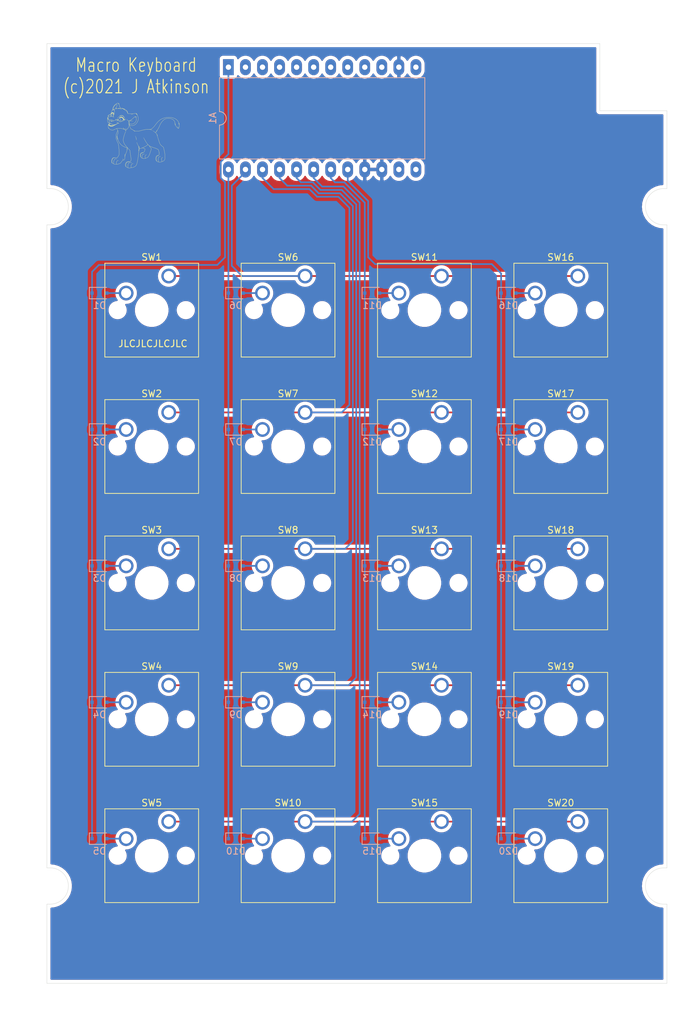
<source format=kicad_pcb>
(kicad_pcb (version 20171130) (host pcbnew "(5.1.8)-1")
  (layers (0 F.Cu signal) (31 B.Cu signal) (34 B.Paste user) (35 F.Paste user) (36 B.SilkS user) (37 F.SilkS user) (38 B.Mask user) (39 F.Mask user) (44 Edge.Cuts user))
  (net 0 "")
  (net 1 Col3)
  (net 2 "Net-(A1-Pad12)")
  (net 3 Col2)
  (net 4 GND)
  (net 5 Col1)
  (net 6 Row5)
  (net 7 VCC)
  (net 8 Row4)
  (net 9 "Net-(A1-Pad8)")
  (net 10 Row3)
  (net 11 "Net-(A1-Pad7)")
  (net 12 Row2)
  (net 13 "Net-(A1-Pad6)")
  (net 14 Row1)
  (net 15 "Net-(A1-Pad5)")
  (net 16 "Net-(A1-Pad4)")
  (net 17 "Net-(A1-Pad3)")
  (net 18 "Net-(A1-Pad14)")
  (net 19 "Net-(A1-Pad2)")
  (net 20 "Net-(A1-Pad13)")
  (net 21 Col4)
  (net 22 "Net-(D1-Pad2)")
  (net 23 "Net-(D2-Pad2)")
  (net 24 "Net-(D3-Pad2)")
  (net 25 "Net-(D4-Pad2)")
  (net 26 "Net-(D5-Pad2)")
  (net 27 "Net-(D6-Pad2)")
  (net 28 "Net-(D7-Pad2)")
  (net 29 "Net-(D8-Pad2)")
  (net 30 "Net-(D9-Pad2)")
  (net 31 "Net-(D10-Pad2)")
  (net 32 "Net-(D11-Pad2)")
  (net 33 "Net-(D12-Pad2)")
  (net 34 "Net-(D13-Pad2)")
  (net 35 "Net-(D14-Pad2)")
  (net 36 "Net-(D15-Pad2)")
  (net 37 "Net-(D16-Pad2)")
  (net 38 "Net-(D17-Pad2)")
  (net 39 "Net-(D18-Pad2)")
  (net 40 "Net-(D19-Pad2)")
  (net 41 "Net-(D20-Pad2)")
  (net 42 "Net-(A1-Pad10)")
  (module Jaynes:Lioncub (layer F.Cu) (at 70 39.5)
    (fp_text reference G*** hide)
    (fp_text value LOGO hide)
  )
  (module Button_Switch_Keyboard:SW_Cherry_MX_1.00u_PCB (layer F.Cu) (at 134.62 141.605)
    (fp_text reference SW20 (at -2.54 -2.794) (layer F.SilkS))
    (fp_text value SW_Push)
    (pad "" np_thru_hole circle (at 2.54 5.08) (size 1.7 1.7) (drill 1.7) (layers *.Cu *.Mask))
    (pad "" np_thru_hole circle (at -7.62 5.08) (size 1.7 1.7) (drill 1.7) (layers *.Cu *.Mask))
    (pad "" np_thru_hole circle (at -2.54 5.08) (size 4 4) (drill 4) (layers *.Cu *.Mask))
    (pad 2 thru_hole circle (at -6.35 2.54) (size 2.2 2.2) (drill 1.5) (layers *.Cu *.Mask) (net 41 "Net-(D20-Pad2)"))
    (pad 1 thru_hole circle (at 0 0) (size 2.2 2.2) (drill 1.5) (layers *.Cu *.Mask) (net 6 Row5))
  )
  (module Button_Switch_Keyboard:SW_Cherry_MX_1.00u_PCB (layer F.Cu) (at 134.62 121.285)
    (fp_text reference SW19 (at -2.54 -2.794) (layer F.SilkS))
    (fp_text value SW_Push)
    (pad "" np_thru_hole circle (at 2.54 5.08) (size 1.7 1.7) (drill 1.7) (layers *.Cu *.Mask))
    (pad "" np_thru_hole circle (at -7.62 5.08) (size 1.7 1.7) (drill 1.7) (layers *.Cu *.Mask))
    (pad "" np_thru_hole circle (at -2.54 5.08) (size 4 4) (drill 4) (layers *.Cu *.Mask))
    (pad 2 thru_hole circle (at -6.35 2.54) (size 2.2 2.2) (drill 1.5) (layers *.Cu *.Mask) (net 40 "Net-(D19-Pad2)"))
    (pad 1 thru_hole circle (at 0 0) (size 2.2 2.2) (drill 1.5) (layers *.Cu *.Mask) (net 8 Row4))
  )
  (module Button_Switch_Keyboard:SW_Cherry_MX_1.00u_PCB (layer F.Cu) (at 134.62 100.965)
    (fp_text reference SW18 (at -2.54 -2.794) (layer F.SilkS))
    (fp_text value SW_Push)
    (pad "" np_thru_hole circle (at 2.54 5.08) (size 1.7 1.7) (drill 1.7) (layers *.Cu *.Mask))
    (pad "" np_thru_hole circle (at -7.62 5.08) (size 1.7 1.7) (drill 1.7) (layers *.Cu *.Mask))
    (pad "" np_thru_hole circle (at -2.54 5.08) (size 4 4) (drill 4) (layers *.Cu *.Mask))
    (pad 2 thru_hole circle (at -6.35 2.54) (size 2.2 2.2) (drill 1.5) (layers *.Cu *.Mask) (net 39 "Net-(D18-Pad2)"))
    (pad 1 thru_hole circle (at 0 0) (size 2.2 2.2) (drill 1.5) (layers *.Cu *.Mask) (net 10 Row3))
  )
  (module Button_Switch_Keyboard:SW_Cherry_MX_1.00u_PCB (layer F.Cu) (at 134.62 80.645)
    (fp_text reference SW17 (at -2.54 -2.794) (layer F.SilkS))
    (fp_text value SW_Push)
    (pad "" np_thru_hole circle (at 2.54 5.08) (size 1.7 1.7) (drill 1.7) (layers *.Cu *.Mask))
    (pad "" np_thru_hole circle (at -7.62 5.08) (size 1.7 1.7) (drill 1.7) (layers *.Cu *.Mask))
    (pad "" np_thru_hole circle (at -2.54 5.08) (size 4 4) (drill 4) (layers *.Cu *.Mask))
    (pad 2 thru_hole circle (at -6.35 2.54) (size 2.2 2.2) (drill 1.5) (layers *.Cu *.Mask) (net 38 "Net-(D17-Pad2)"))
    (pad 1 thru_hole circle (at 0 0) (size 2.2 2.2) (drill 1.5) (layers *.Cu *.Mask) (net 12 Row2))
  )
  (module Button_Switch_Keyboard:SW_Cherry_MX_1.00u_PCB (layer F.Cu) (at 134.62 60.325)
    (fp_text reference SW16 (at -2.54 -2.794) (layer F.SilkS))
    (fp_text value SW_Push)
    (pad "" np_thru_hole circle (at 2.54 5.08) (size 1.7 1.7) (drill 1.7) (layers *.Cu *.Mask))
    (pad "" np_thru_hole circle (at -7.62 5.08) (size 1.7 1.7) (drill 1.7) (layers *.Cu *.Mask))
    (pad "" np_thru_hole circle (at -2.54 5.08) (size 4 4) (drill 4) (layers *.Cu *.Mask))
    (pad 2 thru_hole circle (at -6.35 2.54) (size 2.2 2.2) (drill 1.5) (layers *.Cu *.Mask) (net 37 "Net-(D16-Pad2)"))
    (pad 1 thru_hole circle (at 0 0) (size 2.2 2.2) (drill 1.5) (layers *.Cu *.Mask) (net 14 Row1))
  )
  (module Button_Switch_Keyboard:SW_Cherry_MX_1.00u_PCB (layer F.Cu) (at 114.3 141.605)
    (fp_text reference SW15 (at -2.54 -2.794) (layer F.SilkS))
    (fp_text value SW_Push)
    (pad "" np_thru_hole circle (at 2.54 5.08) (size 1.7 1.7) (drill 1.7) (layers *.Cu *.Mask))
    (pad "" np_thru_hole circle (at -7.62 5.08) (size 1.7 1.7) (drill 1.7) (layers *.Cu *.Mask))
    (pad "" np_thru_hole circle (at -2.54 5.08) (size 4 4) (drill 4) (layers *.Cu *.Mask))
    (pad 2 thru_hole circle (at -6.35 2.54) (size 2.2 2.2) (drill 1.5) (layers *.Cu *.Mask) (net 36 "Net-(D15-Pad2)"))
    (pad 1 thru_hole circle (at 0 0) (size 2.2 2.2) (drill 1.5) (layers *.Cu *.Mask) (net 6 Row5))
  )
  (module Button_Switch_Keyboard:SW_Cherry_MX_1.00u_PCB (layer F.Cu) (at 114.3 121.285)
    (fp_text reference SW14 (at -2.54 -2.794) (layer F.SilkS))
    (fp_text value SW_Push)
    (pad "" np_thru_hole circle (at 2.54 5.08) (size 1.7 1.7) (drill 1.7) (layers *.Cu *.Mask))
    (pad "" np_thru_hole circle (at -7.62 5.08) (size 1.7 1.7) (drill 1.7) (layers *.Cu *.Mask))
    (pad "" np_thru_hole circle (at -2.54 5.08) (size 4 4) (drill 4) (layers *.Cu *.Mask))
    (pad 2 thru_hole circle (at -6.35 2.54) (size 2.2 2.2) (drill 1.5) (layers *.Cu *.Mask) (net 35 "Net-(D14-Pad2)"))
    (pad 1 thru_hole circle (at 0 0) (size 2.2 2.2) (drill 1.5) (layers *.Cu *.Mask) (net 8 Row4))
  )
  (module Button_Switch_Keyboard:SW_Cherry_MX_1.00u_PCB (layer F.Cu) (at 114.3 100.965)
    (fp_text reference SW13 (at -2.54 -2.794) (layer F.SilkS))
    (fp_text value SW_Push)
    (pad "" np_thru_hole circle (at 2.54 5.08) (size 1.7 1.7) (drill 1.7) (layers *.Cu *.Mask))
    (pad "" np_thru_hole circle (at -7.62 5.08) (size 1.7 1.7) (drill 1.7) (layers *.Cu *.Mask))
    (pad "" np_thru_hole circle (at -2.54 5.08) (size 4 4) (drill 4) (layers *.Cu *.Mask))
    (pad 2 thru_hole circle (at -6.35 2.54) (size 2.2 2.2) (drill 1.5) (layers *.Cu *.Mask) (net 34 "Net-(D13-Pad2)"))
    (pad 1 thru_hole circle (at 0 0) (size 2.2 2.2) (drill 1.5) (layers *.Cu *.Mask) (net 10 Row3))
  )
  (module Button_Switch_Keyboard:SW_Cherry_MX_1.00u_PCB (layer F.Cu) (at 114.3 80.645)
    (fp_text reference SW12 (at -2.54 -2.794) (layer F.SilkS))
    (fp_text value SW_Push)
    (pad "" np_thru_hole circle (at 2.54 5.08) (size 1.7 1.7) (drill 1.7) (layers *.Cu *.Mask))
    (pad "" np_thru_hole circle (at -7.62 5.08) (size 1.7 1.7) (drill 1.7) (layers *.Cu *.Mask))
    (pad "" np_thru_hole circle (at -2.54 5.08) (size 4 4) (drill 4) (layers *.Cu *.Mask))
    (pad 2 thru_hole circle (at -6.35 2.54) (size 2.2 2.2) (drill 1.5) (layers *.Cu *.Mask) (net 33 "Net-(D12-Pad2)"))
    (pad 1 thru_hole circle (at 0 0) (size 2.2 2.2) (drill 1.5) (layers *.Cu *.Mask) (net 12 Row2))
  )
  (module Button_Switch_Keyboard:SW_Cherry_MX_1.00u_PCB (layer F.Cu) (at 114.3 60.325)
    (fp_text reference SW11 (at -2.54 -2.794) (layer F.SilkS))
    (fp_text value SW_Push)
    (pad "" np_thru_hole circle (at 2.54 5.08) (size 1.7 1.7) (drill 1.7) (layers *.Cu *.Mask))
    (pad "" np_thru_hole circle (at -7.62 5.08) (size 1.7 1.7) (drill 1.7) (layers *.Cu *.Mask))
    (pad "" np_thru_hole circle (at -2.54 5.08) (size 4 4) (drill 4) (layers *.Cu *.Mask))
    (pad 2 thru_hole circle (at -6.35 2.54) (size 2.2 2.2) (drill 1.5) (layers *.Cu *.Mask) (net 32 "Net-(D11-Pad2)"))
    (pad 1 thru_hole circle (at 0 0) (size 2.2 2.2) (drill 1.5) (layers *.Cu *.Mask) (net 14 Row1))
  )
  (module Button_Switch_Keyboard:SW_Cherry_MX_1.00u_PCB (layer F.Cu) (at 93.98 141.605)
    (fp_text reference SW10 (at -2.54 -2.794) (layer F.SilkS))
    (fp_text value SW_Push)
    (pad "" np_thru_hole circle (at 2.54 5.08) (size 1.7 1.7) (drill 1.7) (layers *.Cu *.Mask))
    (pad "" np_thru_hole circle (at -7.62 5.08) (size 1.7 1.7) (drill 1.7) (layers *.Cu *.Mask))
    (pad "" np_thru_hole circle (at -2.54 5.08) (size 4 4) (drill 4) (layers *.Cu *.Mask))
    (pad 2 thru_hole circle (at -6.35 2.54) (size 2.2 2.2) (drill 1.5) (layers *.Cu *.Mask) (net 31 "Net-(D10-Pad2)"))
    (pad 1 thru_hole circle (at 0 0) (size 2.2 2.2) (drill 1.5) (layers *.Cu *.Mask) (net 6 Row5))
  )
  (module Button_Switch_Keyboard:SW_Cherry_MX_1.00u_PCB (layer F.Cu) (at 93.98 121.285)
    (fp_text reference SW9 (at -2.54 -2.794) (layer F.SilkS))
    (fp_text value SW_Push)
    (pad "" np_thru_hole circle (at 2.54 5.08) (size 1.7 1.7) (drill 1.7) (layers *.Cu *.Mask))
    (pad "" np_thru_hole circle (at -7.62 5.08) (size 1.7 1.7) (drill 1.7) (layers *.Cu *.Mask))
    (pad "" np_thru_hole circle (at -2.54 5.08) (size 4 4) (drill 4) (layers *.Cu *.Mask))
    (pad 2 thru_hole circle (at -6.35 2.54) (size 2.2 2.2) (drill 1.5) (layers *.Cu *.Mask) (net 30 "Net-(D9-Pad2)"))
    (pad 1 thru_hole circle (at 0 0) (size 2.2 2.2) (drill 1.5) (layers *.Cu *.Mask) (net 8 Row4))
  )
  (module Button_Switch_Keyboard:SW_Cherry_MX_1.00u_PCB (layer F.Cu) (at 93.98 100.965)
    (fp_text reference SW8 (at -2.54 -2.794) (layer F.SilkS))
    (fp_text value SW_Push)
    (pad "" np_thru_hole circle (at 2.54 5.08) (size 1.7 1.7) (drill 1.7) (layers *.Cu *.Mask))
    (pad "" np_thru_hole circle (at -7.62 5.08) (size 1.7 1.7) (drill 1.7) (layers *.Cu *.Mask))
    (pad "" np_thru_hole circle (at -2.54 5.08) (size 4 4) (drill 4) (layers *.Cu *.Mask))
    (pad 2 thru_hole circle (at -6.35 2.54) (size 2.2 2.2) (drill 1.5) (layers *.Cu *.Mask) (net 29 "Net-(D8-Pad2)"))
    (pad 1 thru_hole circle (at 0 0) (size 2.2 2.2) (drill 1.5) (layers *.Cu *.Mask) (net 10 Row3))
  )
  (module Button_Switch_Keyboard:SW_Cherry_MX_1.00u_PCB (layer F.Cu) (at 93.98 80.645)
    (fp_text reference SW7 (at -2.54 -2.794) (layer F.SilkS))
    (fp_text value SW_Push)
    (pad "" np_thru_hole circle (at 2.54 5.08) (size 1.7 1.7) (drill 1.7) (layers *.Cu *.Mask))
    (pad "" np_thru_hole circle (at -7.62 5.08) (size 1.7 1.7) (drill 1.7) (layers *.Cu *.Mask))
    (pad "" np_thru_hole circle (at -2.54 5.08) (size 4 4) (drill 4) (layers *.Cu *.Mask))
    (pad 2 thru_hole circle (at -6.35 2.54) (size 2.2 2.2) (drill 1.5) (layers *.Cu *.Mask) (net 28 "Net-(D7-Pad2)"))
    (pad 1 thru_hole circle (at 0 0) (size 2.2 2.2) (drill 1.5) (layers *.Cu *.Mask) (net 12 Row2))
  )
  (module Button_Switch_Keyboard:SW_Cherry_MX_1.00u_PCB (layer F.Cu) (at 93.98 60.325)
    (fp_text reference SW6 (at -2.54 -2.794) (layer F.SilkS))
    (fp_text value SW_Push)
    (pad "" np_thru_hole circle (at 2.54 5.08) (size 1.7 1.7) (drill 1.7) (layers *.Cu *.Mask))
    (pad "" np_thru_hole circle (at -7.62 5.08) (size 1.7 1.7) (drill 1.7) (layers *.Cu *.Mask))
    (pad "" np_thru_hole circle (at -2.54 5.08) (size 4 4) (drill 4) (layers *.Cu *.Mask))
    (pad 2 thru_hole circle (at -6.35 2.54) (size 2.2 2.2) (drill 1.5) (layers *.Cu *.Mask) (net 27 "Net-(D6-Pad2)"))
    (pad 1 thru_hole circle (at 0 0) (size 2.2 2.2) (drill 1.5) (layers *.Cu *.Mask) (net 14 Row1))
  )
  (module Button_Switch_Keyboard:SW_Cherry_MX_1.00u_PCB (layer F.Cu) (at 73.66 141.605)
    (fp_text reference SW5 (at -2.54 -2.794) (layer F.SilkS))
    (fp_text value SW_Push)
    (pad "" np_thru_hole circle (at 2.54 5.08) (size 1.7 1.7) (drill 1.7) (layers *.Cu *.Mask))
    (pad "" np_thru_hole circle (at -7.62 5.08) (size 1.7 1.7) (drill 1.7) (layers *.Cu *.Mask))
    (pad "" np_thru_hole circle (at -2.54 5.08) (size 4 4) (drill 4) (layers *.Cu *.Mask))
    (pad 2 thru_hole circle (at -6.35 2.54) (size 2.2 2.2) (drill 1.5) (layers *.Cu *.Mask) (net 26 "Net-(D5-Pad2)"))
    (pad 1 thru_hole circle (at 0 0) (size 2.2 2.2) (drill 1.5) (layers *.Cu *.Mask) (net 6 Row5))
  )
  (module Button_Switch_Keyboard:SW_Cherry_MX_1.00u_PCB (layer F.Cu) (at 73.66 121.285)
    (fp_text reference SW4 (at -2.54 -2.794) (layer F.SilkS))
    (fp_text value SW_Push)
    (pad "" np_thru_hole circle (at 2.54 5.08) (size 1.7 1.7) (drill 1.7) (layers *.Cu *.Mask))
    (pad "" np_thru_hole circle (at -7.62 5.08) (size 1.7 1.7) (drill 1.7) (layers *.Cu *.Mask))
    (pad "" np_thru_hole circle (at -2.54 5.08) (size 4 4) (drill 4) (layers *.Cu *.Mask))
    (pad 2 thru_hole circle (at -6.35 2.54) (size 2.2 2.2) (drill 1.5) (layers *.Cu *.Mask) (net 25 "Net-(D4-Pad2)"))
    (pad 1 thru_hole circle (at 0 0) (size 2.2 2.2) (drill 1.5) (layers *.Cu *.Mask) (net 8 Row4))
  )
  (module Button_Switch_Keyboard:SW_Cherry_MX_1.00u_PCB (layer F.Cu) (at 73.66 100.965)
    (fp_text reference SW3 (at -2.54 -2.794) (layer F.SilkS))
    (fp_text value SW_Push)
    (pad "" np_thru_hole circle (at 2.54 5.08) (size 1.7 1.7) (drill 1.7) (layers *.Cu *.Mask))
    (pad "" np_thru_hole circle (at -7.62 5.08) (size 1.7 1.7) (drill 1.7) (layers *.Cu *.Mask))
    (pad "" np_thru_hole circle (at -2.54 5.08) (size 4 4) (drill 4) (layers *.Cu *.Mask))
    (pad 2 thru_hole circle (at -6.35 2.54) (size 2.2 2.2) (drill 1.5) (layers *.Cu *.Mask) (net 24 "Net-(D3-Pad2)"))
    (pad 1 thru_hole circle (at 0 0) (size 2.2 2.2) (drill 1.5) (layers *.Cu *.Mask) (net 10 Row3))
  )
  (module Button_Switch_Keyboard:SW_Cherry_MX_1.00u_PCB (layer F.Cu) (at 73.66 80.645)
    (fp_text reference SW2 (at -2.54 -2.794) (layer F.SilkS))
    (fp_text value SW_Push)
    (pad "" np_thru_hole circle (at 2.54 5.08) (size 1.7 1.7) (drill 1.7) (layers *.Cu *.Mask))
    (pad "" np_thru_hole circle (at -7.62 5.08) (size 1.7 1.7) (drill 1.7) (layers *.Cu *.Mask))
    (pad "" np_thru_hole circle (at -2.54 5.08) (size 4 4) (drill 4) (layers *.Cu *.Mask))
    (pad 2 thru_hole circle (at -6.35 2.54) (size 2.2 2.2) (drill 1.5) (layers *.Cu *.Mask) (net 23 "Net-(D2-Pad2)"))
    (pad 1 thru_hole circle (at 0 0) (size 2.2 2.2) (drill 1.5) (layers *.Cu *.Mask) (net 12 Row2))
  )
  (module Button_Switch_Keyboard:SW_Cherry_MX_1.00u_PCB (layer F.Cu) (at 73.66 60.325)
    (fp_text reference SW1 (at -2.54 -2.794) (layer F.SilkS))
    (fp_text value SW_Push)
    (pad "" np_thru_hole circle (at 2.54 5.08) (size 1.7 1.7) (drill 1.7) (layers *.Cu *.Mask))
    (pad "" np_thru_hole circle (at -7.62 5.08) (size 1.7 1.7) (drill 1.7) (layers *.Cu *.Mask))
    (pad "" np_thru_hole circle (at -2.54 5.08) (size 4 4) (drill 4) (layers *.Cu *.Mask))
    (pad 2 thru_hole circle (at -6.35 2.54) (size 2.2 2.2) (drill 1.5) (layers *.Cu *.Mask) (net 22 "Net-(D1-Pad2)"))
    (pad 1 thru_hole circle (at 0 0) (size 2.2 2.2) (drill 1.5) (layers *.Cu *.Mask) (net 14 Row1))
  )
  (module Diode_SMD:D_SOD-323F (layer B.Cu) (at 124.29 144.145)
    (fp_text reference D20 (at 0 1.85 180) (layer B.SilkS) (effects (justify mirror)))
    (fp_text value D)
    (pad 2 smd rect (at 1.1 0) (size 0.5 0.5) (layers B.Cu B.Paste B.Mask) (net 41 "Net-(D20-Pad2)"))
    (pad 1 smd rect (at -1.1 0) (size 0.5 0.5) (layers B.Cu B.Paste B.Mask) (net 21 Col4))
  )
  (module Diode_SMD:D_SOD-323F (layer B.Cu) (at 124.29 123.825)
    (fp_text reference D19 (at 0 1.85 180) (layer B.SilkS) (effects (justify mirror)))
    (fp_text value D)
    (pad 2 smd rect (at 1.1 0) (size 0.5 0.5) (layers B.Cu B.Paste B.Mask) (net 40 "Net-(D19-Pad2)"))
    (pad 1 smd rect (at -1.1 0) (size 0.5 0.5) (layers B.Cu B.Paste B.Mask) (net 21 Col4))
  )
  (module Diode_SMD:D_SOD-323F (layer B.Cu) (at 124.29 103.505)
    (fp_text reference D18 (at 0 1.85 180) (layer B.SilkS) (effects (justify mirror)))
    (fp_text value D)
    (pad 2 smd rect (at 1.1 0) (size 0.5 0.5) (layers B.Cu B.Paste B.Mask) (net 39 "Net-(D18-Pad2)"))
    (pad 1 smd rect (at -1.1 0) (size 0.5 0.5) (layers B.Cu B.Paste B.Mask) (net 21 Col4))
  )
  (module Diode_SMD:D_SOD-323F (layer B.Cu) (at 124.29 83.185)
    (fp_text reference D17 (at 0 1.85 180) (layer B.SilkS) (effects (justify mirror)))
    (fp_text value D)
    (pad 2 smd rect (at 1.1 0) (size 0.5 0.5) (layers B.Cu B.Paste B.Mask) (net 38 "Net-(D17-Pad2)"))
    (pad 1 smd rect (at -1.1 0) (size 0.5 0.5) (layers B.Cu B.Paste B.Mask) (net 21 Col4))
  )
  (module Diode_SMD:D_SOD-323F (layer B.Cu) (at 124.29 62.865)
    (fp_text reference D16 (at 0 1.85 180) (layer B.SilkS) (effects (justify mirror)))
    (fp_text value D)
    (pad 2 smd rect (at 1.1 0) (size 0.5 0.5) (layers B.Cu B.Paste B.Mask) (net 37 "Net-(D16-Pad2)"))
    (pad 1 smd rect (at -1.1 0) (size 0.5 0.5) (layers B.Cu B.Paste B.Mask) (net 21 Col4))
  )
  (module Diode_SMD:D_SOD-323F (layer B.Cu) (at 103.97 144.145)
    (fp_text reference D15 (at 0 1.85 180) (layer B.SilkS) (effects (justify mirror)))
    (fp_text value D)
    (pad 2 smd rect (at 1.1 0) (size 0.5 0.5) (layers B.Cu B.Paste B.Mask) (net 36 "Net-(D15-Pad2)"))
    (pad 1 smd rect (at -1.1 0) (size 0.5 0.5) (layers B.Cu B.Paste B.Mask) (net 1 Col3))
  )
  (module Diode_SMD:D_SOD-323F (layer B.Cu) (at 103.97 123.825)
    (fp_text reference D14 (at 0 1.85 180) (layer B.SilkS) (effects (justify mirror)))
    (fp_text value D)
    (pad 2 smd rect (at 1.1 0) (size 0.5 0.5) (layers B.Cu B.Paste B.Mask) (net 35 "Net-(D14-Pad2)"))
    (pad 1 smd rect (at -1.1 0) (size 0.5 0.5) (layers B.Cu B.Paste B.Mask) (net 1 Col3))
  )
  (module Diode_SMD:D_SOD-323F (layer B.Cu) (at 103.97 103.505)
    (fp_text reference D13 (at 0 1.85 180) (layer B.SilkS) (effects (justify mirror)))
    (fp_text value D)
    (pad 2 smd rect (at 1.1 0) (size 0.5 0.5) (layers B.Cu B.Paste B.Mask) (net 34 "Net-(D13-Pad2)"))
    (pad 1 smd rect (at -1.1 0) (size 0.5 0.5) (layers B.Cu B.Paste B.Mask) (net 1 Col3))
  )
  (module Diode_SMD:D_SOD-323F (layer B.Cu) (at 103.97 83.185)
    (fp_text reference D12 (at 0 1.85 180) (layer B.SilkS) (effects (justify mirror)))
    (fp_text value D)
    (pad 2 smd rect (at 1.1 0) (size 0.5 0.5) (layers B.Cu B.Paste B.Mask) (net 33 "Net-(D12-Pad2)"))
    (pad 1 smd rect (at -1.1 0) (size 0.5 0.5) (layers B.Cu B.Paste B.Mask) (net 1 Col3))
  )
  (module Diode_SMD:D_SOD-323F (layer B.Cu) (at 103.97 62.865)
    (fp_text reference D11 (at 0 1.85 180) (layer B.SilkS) (effects (justify mirror)))
    (fp_text value D)
    (pad 2 smd rect (at 1.1 0) (size 0.5 0.5) (layers B.Cu B.Paste B.Mask) (net 32 "Net-(D11-Pad2)"))
    (pad 1 smd rect (at -1.1 0) (size 0.5 0.5) (layers B.Cu B.Paste B.Mask) (net 1 Col3))
  )
  (module Diode_SMD:D_SOD-323F (layer B.Cu) (at 83.65 144.145)
    (fp_text reference D10 (at 0 1.85 180) (layer B.SilkS) (effects (justify mirror)))
    (fp_text value D)
    (pad 2 smd rect (at 1.1 0) (size 0.5 0.5) (layers B.Cu B.Paste B.Mask) (net 31 "Net-(D10-Pad2)"))
    (pad 1 smd rect (at -1.1 0) (size 0.5 0.5) (layers B.Cu B.Paste B.Mask) (net 3 Col2))
  )
  (module Diode_SMD:D_SOD-323F (layer B.Cu) (at 83.65 123.825)
    (fp_text reference D9 (at 0 1.85 180) (layer B.SilkS) (effects (justify mirror)))
    (fp_text value D)
    (pad 2 smd rect (at 1.1 0) (size 0.5 0.5) (layers B.Cu B.Paste B.Mask) (net 30 "Net-(D9-Pad2)"))
    (pad 1 smd rect (at -1.1 0) (size 0.5 0.5) (layers B.Cu B.Paste B.Mask) (net 3 Col2))
  )
  (module Diode_SMD:D_SOD-323F (layer B.Cu) (at 83.65 103.505)
    (fp_text reference D8 (at 0 1.85 180) (layer B.SilkS) (effects (justify mirror)))
    (fp_text value D)
    (pad 2 smd rect (at 1.1 0) (size 0.5 0.5) (layers B.Cu B.Paste B.Mask) (net 29 "Net-(D8-Pad2)"))
    (pad 1 smd rect (at -1.1 0) (size 0.5 0.5) (layers B.Cu B.Paste B.Mask) (net 3 Col2))
  )
  (module Diode_SMD:D_SOD-323F (layer B.Cu) (at 83.65 83.185)
    (fp_text reference D7 (at 0 1.85 180) (layer B.SilkS) (effects (justify mirror)))
    (fp_text value D)
    (pad 2 smd rect (at 1.1 0) (size 0.5 0.5) (layers B.Cu B.Paste B.Mask) (net 28 "Net-(D7-Pad2)"))
    (pad 1 smd rect (at -1.1 0) (size 0.5 0.5) (layers B.Cu B.Paste B.Mask) (net 3 Col2))
  )
  (module Diode_SMD:D_SOD-323F (layer B.Cu) (at 83.65 62.865)
    (fp_text reference D6 (at 0 1.85 180) (layer B.SilkS) (effects (justify mirror)))
    (fp_text value D)
    (pad 2 smd rect (at 1.1 0) (size 0.5 0.5) (layers B.Cu B.Paste B.Mask) (net 27 "Net-(D6-Pad2)"))
    (pad 1 smd rect (at -1.1 0) (size 0.5 0.5) (layers B.Cu B.Paste B.Mask) (net 3 Col2))
  )
  (module Diode_SMD:D_SOD-323F (layer B.Cu) (at 63.33 144.145)
    (fp_text reference D5 (at 0 1.85 180) (layer B.SilkS) (effects (justify mirror)))
    (fp_text value D)
    (pad 2 smd rect (at 1.1 0) (size 0.5 0.5) (layers B.Cu B.Paste B.Mask) (net 26 "Net-(D5-Pad2)"))
    (pad 1 smd rect (at -1.1 0) (size 0.5 0.5) (layers B.Cu B.Paste B.Mask) (net 5 Col1))
  )
  (module Diode_SMD:D_SOD-323F (layer B.Cu) (at 63.33 123.825)
    (fp_text reference D4 (at 0 1.85 180) (layer B.SilkS) (effects (justify mirror)))
    (fp_text value D)
    (pad 2 smd rect (at 1.1 0) (size 0.5 0.5) (layers B.Cu B.Paste B.Mask) (net 25 "Net-(D4-Pad2)"))
    (pad 1 smd rect (at -1.1 0) (size 0.5 0.5) (layers B.Cu B.Paste B.Mask) (net 5 Col1))
  )
  (module Diode_SMD:D_SOD-323F (layer B.Cu) (at 63.33 103.505)
    (fp_text reference D3 (at 0 1.85 180) (layer B.SilkS) (effects (justify mirror)))
    (fp_text value D)
    (pad 2 smd rect (at 1.1 0) (size 0.5 0.5) (layers B.Cu B.Paste B.Mask) (net 24 "Net-(D3-Pad2)"))
    (pad 1 smd rect (at -1.1 0) (size 0.5 0.5) (layers B.Cu B.Paste B.Mask) (net 5 Col1))
  )
  (module Diode_SMD:D_SOD-323F (layer B.Cu) (at 63.33 83.185)
    (fp_text reference D2 (at 0 1.85 180) (layer B.SilkS) (effects (justify mirror)))
    (fp_text value D)
    (pad 2 smd rect (at 1.1 0) (size 0.5 0.5) (layers B.Cu B.Paste B.Mask) (net 23 "Net-(D2-Pad2)"))
    (pad 1 smd rect (at -1.1 0) (size 0.5 0.5) (layers B.Cu B.Paste B.Mask) (net 5 Col1))
  )
  (module Diode_SMD:D_SOD-323F (layer B.Cu) (at 63.33 62.865)
    (fp_text reference D1 (at 0 1.85 180) (layer B.SilkS) (effects (justify mirror)))
    (fp_text value D)
    (pad 2 smd rect (at 1.1 0) (size 0.5 0.5) (layers B.Cu B.Paste B.Mask) (net 22 "Net-(D1-Pad2)"))
    (pad 1 smd rect (at -1.1 0) (size 0.5 0.5) (layers B.Cu B.Paste B.Mask) (net 5 Col1))
  )
  (module Package_DIP:DIP-24_W15.24mm_LongPads (layer B.Cu) (at 82.55 29.21 270)
    (fp_text reference A1 (at 7.62 2.33 270) (layer B.SilkS) (effects (justify mirror)))
    (fp_text value Arduino_Pro_Micro)
    (pad 24 thru_hole oval (at 15.24 0 270) (size 2.4 1.6) (drill 0.8) (layers *.Cu *.Mask) (net 3 Col2))
    (pad 12 thru_hole oval (at 0 -27.94 270) (size 2.4 1.6) (drill 0.8) (layers *.Cu *.Mask) (net 2 "Net-(A1-Pad12)"))
    (pad 23 thru_hole oval (at 15.24 -2.54 270) (size 2.4 1.6) (drill 0.8) (layers *.Cu *.Mask) (net 14 Row1))
    (pad 11 thru_hole oval (at 0 -25.4 270) (size 2.4 1.6) (drill 0.8) (layers *.Cu *.Mask) (net 4 GND))
    (pad 22 thru_hole oval (at 15.24 -5.08 270) (size 2.4 1.6) (drill 0.8) (layers *.Cu *.Mask) (net 12 Row2))
    (pad 10 thru_hole oval (at 0 -22.86 270) (size 2.4 1.6) (drill 0.8) (layers *.Cu *.Mask) (net 42 "Net-(A1-Pad10)"))
    (pad 21 thru_hole oval (at 15.24 -7.62 270) (size 2.4 1.6) (drill 0.8) (layers *.Cu *.Mask) (net 10 Row3))
    (pad 9 thru_hole oval (at 0 -20.32 270) (size 2.4 1.6) (drill 0.8) (layers *.Cu *.Mask) (net 7 VCC))
    (pad 20 thru_hole oval (at 15.24 -10.16 270) (size 2.4 1.6) (drill 0.8) (layers *.Cu *.Mask) (net 8 Row4))
    (pad 8 thru_hole oval (at 0 -17.78 270) (size 2.4 1.6) (drill 0.8) (layers *.Cu *.Mask) (net 9 "Net-(A1-Pad8)"))
    (pad 19 thru_hole oval (at 15.24 -12.7 270) (size 2.4 1.6) (drill 0.8) (layers *.Cu *.Mask) (net 6 Row5))
    (pad 7 thru_hole oval (at 0 -15.24 270) (size 2.4 1.6) (drill 0.8) (layers *.Cu *.Mask) (net 11 "Net-(A1-Pad7)"))
    (pad 18 thru_hole oval (at 15.24 -15.24 270) (size 2.4 1.6) (drill 0.8) (layers *.Cu *.Mask) (net 1 Col3))
    (pad 6 thru_hole oval (at 0 -12.7 270) (size 2.4 1.6) (drill 0.8) (layers *.Cu *.Mask) (net 13 "Net-(A1-Pad6)"))
    (pad 17 thru_hole oval (at 15.24 -17.78 270) (size 2.4 1.6) (drill 0.8) (layers *.Cu *.Mask) (net 21 Col4))
    (pad 5 thru_hole oval (at 0 -10.16 270) (size 2.4 1.6) (drill 0.8) (layers *.Cu *.Mask) (net 15 "Net-(A1-Pad5)"))
    (pad 16 thru_hole oval (at 15.24 -20.32 270) (size 2.4 1.6) (drill 0.8) (layers *.Cu *.Mask) (net 4 GND))
    (pad 4 thru_hole oval (at 0 -7.62 270) (size 2.4 1.6) (drill 0.8) (layers *.Cu *.Mask) (net 16 "Net-(A1-Pad4)"))
    (pad 15 thru_hole oval (at 15.24 -22.86 270) (size 2.4 1.6) (drill 0.8) (layers *.Cu *.Mask) (net 4 GND))
    (pad 3 thru_hole oval (at 0 -5.08 270) (size 2.4 1.6) (drill 0.8) (layers *.Cu *.Mask) (net 17 "Net-(A1-Pad3)"))
    (pad 14 thru_hole oval (at 15.24 -25.4 270) (size 2.4 1.6) (drill 0.8) (layers *.Cu *.Mask) (net 18 "Net-(A1-Pad14)"))
    (pad 2 thru_hole oval (at 0 -2.54 270) (size 2.4 1.6) (drill 0.8) (layers *.Cu *.Mask) (net 19 "Net-(A1-Pad2)"))
    (pad 13 thru_hole oval (at 15.24 -27.94 270) (size 2.4 1.6) (drill 0.8) (layers *.Cu *.Mask) (net 20 "Net-(A1-Pad13)"))
    (pad 1 thru_hole rect (at 0 0 270) (size 2.4 1.6) (drill 0.8) (layers *.Cu *.Mask) (net 5 Col1))
  )
  (gr_arc (start 56 151.2) (end 56 153.9) (angle -180) (layer Edge.Cuts) (width 0.05))
  (gr_line (start 147.4 148.5) (end 147.9 148.5) (layer Edge.Cuts) (width 0.05))
  (gr_arc (start 147.4 151.2) (end 147.4 148.5) (angle -180) (layer Edge.Cuts) (width 0.05))
  (gr_line (start 147.4 153.9) (end 147.9 153.9) (layer Edge.Cuts) (width 0.05))
  (gr_line (start 56 153.9) (end 55.5 153.9) (layer Edge.Cuts) (width 0.05))
  (gr_line (start 56 148.5) (end 55.5 148.5) (layer Edge.Cuts) (width 0.05))
  (gr_line (start 137.9 35.7) (end 147.9 35.7) (layer Edge.Cuts) (width 0.05))
  (gr_line (start 56 52.7) (end 55.5 52.7) (layer Edge.Cuts) (width 0.05))
  (gr_arc (start 56 50) (end 56 52.7) (angle -180) (layer Edge.Cuts) (width 0.05))
  (gr_line (start 55.5 165.7) (end 147.9 165.7) (layer Edge.Cuts) (width 0.05))
  (gr_line (start 55.5 25.7) (end 137.9 25.7) (layer Edge.Cuts) (width 0.05))
  (gr_line (start 147.9 35.7) (end 147.9 47.3) (layer Edge.Cuts) (width 0.05))
  (gr_line (start 147.4 47.3) (end 147.9 47.3) (layer Edge.Cuts) (width 0.05))
  (gr_line (start 55.5 47.3) (end 55.5 25.7) (layer Edge.Cuts) (width 0.05))
  (gr_arc (start 147.4 50) (end 147.4 47.3) (angle -180) (layer Edge.Cuts) (width 0.05))
  (gr_line (start 55.5 52.7) (end 55.5 148.5) (layer Edge.Cuts) (width 0.05))
  (gr_line (start 137.9 25.7) (end 137.9 35.7) (layer Edge.Cuts) (width 0.05))
  (gr_line (start 147.9 148.5) (end 147.9 52.7) (layer Edge.Cuts) (width 0.05))
  (gr_line (start 147.9 153.9) (end 147.9 165.7) (layer Edge.Cuts) (width 0.05))
  (gr_line (start 55.5 153.9) (end 55.5 165.7) (layer Edge.Cuts) (width 0.05))
  (gr_line (start 56 47.3) (end 55.5 47.3) (layer Edge.Cuts) (width 0.05))
  (gr_line (start 147.4 52.7) (end 147.9 52.7) (layer Edge.Cuts) (width 0.05))
  (gr_text "Macro Keyboard\n(c)2021 J Atkinson" (at 68.8 30.5) (layer F.SilkS) (effects (font (size 2 1.5) (thickness 0.16))))
  (gr_text JLCJLCJLCJLC (at 71.3 70.4) (layer F.SilkS) (effects (font (size 1 1) (thickness 0.16))))
  (segment (start 102.87 62.865) (end 102.87 83.185) (width 0.25) (layer B.Cu) (net 1))
  (segment (start 102.87 83.185) (end 102.87 103.505) (width 0.25) (layer B.Cu) (net 1))
  (segment (start 102.87 103.505) (end 102.87 123.825) (width 0.25) (layer B.Cu) (net 1))
  (segment (start 102.87 144.145) (end 102.87 123.825) (width 0.25) (layer B.Cu) (net 1))
  (segment (start 102.87 49.403) (end 102.87 53.34) (width 0.25) (layer B.Cu) (net 1))
  (segment (start 99.822 46.355) (end 102.87 49.403) (width 0.25) (layer B.Cu) (net 1))
  (segment (start 98.425 46.355) (end 99.822 46.355) (width 0.25) (layer B.Cu) (net 1))
  (segment (start 102.87 53.34) (end 102.87 62.865) (width 0.25) (layer B.Cu) (net 1))
  (segment (start 97.79 45.72) (end 98.425 46.355) (width 0.25) (layer B.Cu) (net 1))
  (segment (start 97.79 44.45) (end 97.79 45.72) (width 0.25) (layer B.Cu) (net 1))
  (segment (start 82.55 144.145) (end 82.55 123.825) (width 0.25) (layer B.Cu) (net 3))
  (segment (start 82.55 123.825) (end 82.55 103.505) (width 0.25) (layer B.Cu) (net 3))
  (segment (start 82.55 103.505) (end 82.55 83.185) (width 0.25) (layer B.Cu) (net 3))
  (segment (start 82.55 83.185) (end 82.55 62.865) (width 0.25) (layer B.Cu) (net 3))
  (segment (start 82.55 62.865) (end 82.55 44.45) (width 0.25) (layer B.Cu) (net 3))
  (segment (start 62.23 62.865) (end 62.23 83.185) (width 0.25) (layer B.Cu) (net 5))
  (segment (start 62.23 83.185) (end 62.23 103.505) (width 0.25) (layer B.Cu) (net 5))
  (segment (start 62.23 103.505) (end 62.23 123.825) (width 0.25) (layer B.Cu) (net 5))
  (segment (start 62.23 123.825) (end 62.23 144.145) (width 0.25) (layer B.Cu) (net 5))
  (segment (start 81.407 43.307) (end 82.55 42.164) (width 0.25) (layer B.Cu) (net 5))
  (segment (start 82.042 46.355) (end 81.407 45.72) (width 0.25) (layer B.Cu) (net 5))
  (segment (start 82.042 57.531) (end 82.042 46.355) (width 0.25) (layer B.Cu) (net 5))
  (segment (start 80.899 58.674) (end 82.042 57.531) (width 0.25) (layer B.Cu) (net 5))
  (segment (start 82.55 42.164) (end 82.55 29.21) (width 0.25) (layer B.Cu) (net 5))
  (segment (start 63.246 58.674) (end 80.899 58.674) (width 0.25) (layer B.Cu) (net 5))
  (segment (start 62.23 59.69) (end 63.246 58.674) (width 0.25) (layer B.Cu) (net 5))
  (segment (start 81.407 45.72) (end 81.407 43.307) (width 0.25) (layer B.Cu) (net 5))
  (segment (start 62.23 62.865) (end 62.23 59.69) (width 0.25) (layer B.Cu) (net 5))
  (segment (start 73.66 141.605) (end 93.98 141.605) (width 0.25) (layer F.Cu) (net 6))
  (segment (start 93.98 141.605) (end 114.3 141.605) (width 0.25) (layer F.Cu) (net 6))
  (segment (start 114.3 141.605) (end 134.62 141.605) (width 0.25) (layer F.Cu) (net 6))
  (segment (start 102.108 140.462) (end 100.965 141.605) (width 0.25) (layer B.Cu) (net 6))
  (segment (start 102.108 49.403) (end 102.108 140.462) (width 0.25) (layer B.Cu) (net 6))
  (segment (start 99.695 46.99) (end 102.108 49.403) (width 0.25) (layer B.Cu) (net 6))
  (segment (start 96.52 46.99) (end 99.695 46.99) (width 0.25) (layer B.Cu) (net 6))
  (segment (start 100.965 141.605) (end 93.98 141.605) (width 0.25) (layer B.Cu) (net 6))
  (segment (start 95.25 45.72) (end 96.52 46.99) (width 0.25) (layer B.Cu) (net 6))
  (segment (start 95.25 44.45) (end 95.25 45.72) (width 0.25) (layer B.Cu) (net 6))
  (segment (start 134.62 121.285) (end 114.3 121.285) (width 0.25) (layer F.Cu) (net 8))
  (segment (start 93.98 121.285) (end 73.66 121.285) (width 0.25) (layer F.Cu) (net 8))
  (segment (start 114.3 121.285) (end 93.98 121.285) (width 0.25) (layer F.Cu) (net 8))
  (segment (start 100.457 121.285) (end 93.98 121.285) (width 0.25) (layer B.Cu) (net 8))
  (segment (start 101.6 120.142) (end 100.457 121.285) (width 0.25) (layer B.Cu) (net 8))
  (segment (start 101.6 49.657) (end 101.6 120.142) (width 0.25) (layer B.Cu) (net 8))
  (segment (start 99.441 47.498) (end 101.6 49.657) (width 0.25) (layer B.Cu) (net 8))
  (segment (start 95.123 46.355) (end 96.266 47.498) (width 0.25) (layer B.Cu) (net 8))
  (segment (start 96.266 47.498) (end 99.441 47.498) (width 0.25) (layer B.Cu) (net 8))
  (segment (start 93.345 46.355) (end 95.123 46.355) (width 0.25) (layer B.Cu) (net 8))
  (segment (start 92.71 45.72) (end 93.345 46.355) (width 0.25) (layer B.Cu) (net 8))
  (segment (start 92.71 44.45) (end 92.71 45.72) (width 0.25) (layer B.Cu) (net 8))
  (segment (start 73.66 100.965) (end 93.98 100.965) (width 0.25) (layer F.Cu) (net 10))
  (segment (start 93.98 100.965) (end 114.3 100.965) (width 0.25) (layer F.Cu) (net 10))
  (segment (start 114.3 100.965) (end 134.62 100.965) (width 0.25) (layer F.Cu) (net 10))
  (segment (start 91.313 46.863) (end 90.17 45.72) (width 0.25) (layer B.Cu) (net 10))
  (segment (start 96.012 48.006) (end 94.869 46.863) (width 0.25) (layer B.Cu) (net 10))
  (segment (start 94.869 46.863) (end 91.313 46.863) (width 0.25) (layer B.Cu) (net 10))
  (segment (start 99.187 48.006) (end 96.012 48.006) (width 0.25) (layer B.Cu) (net 10))
  (segment (start 101.092 99.822) (end 101.092 49.911) (width 0.25) (layer B.Cu) (net 10))
  (segment (start 99.949 100.965) (end 101.092 99.822) (width 0.25) (layer B.Cu) (net 10))
  (segment (start 90.17 45.72) (end 90.17 44.45) (width 0.25) (layer B.Cu) (net 10))
  (segment (start 101.092 49.911) (end 99.187 48.006) (width 0.25) (layer B.Cu) (net 10))
  (segment (start 93.98 100.965) (end 99.949 100.965) (width 0.25) (layer B.Cu) (net 10))
  (segment (start 134.62 80.645) (end 114.3 80.645) (width 0.25) (layer F.Cu) (net 12))
  (segment (start 114.3 80.645) (end 93.98 80.645) (width 0.25) (layer F.Cu) (net 12))
  (segment (start 93.98 80.645) (end 73.66 80.645) (width 0.25) (layer F.Cu) (net 12))
  (segment (start 100.584 79.502) (end 99.441 80.645) (width 0.25) (layer B.Cu) (net 12))
  (segment (start 100.584 50.165) (end 100.584 79.502) (width 0.25) (layer B.Cu) (net 12))
  (segment (start 98.933 48.514) (end 100.584 50.165) (width 0.25) (layer B.Cu) (net 12))
  (segment (start 95.758 48.514) (end 98.933 48.514) (width 0.25) (layer B.Cu) (net 12))
  (segment (start 99.441 80.645) (end 93.98 80.645) (width 0.25) (layer B.Cu) (net 12))
  (segment (start 94.615 47.371) (end 95.758 48.514) (width 0.25) (layer B.Cu) (net 12))
  (segment (start 87.63 45.72) (end 89.281 47.371) (width 0.25) (layer B.Cu) (net 12))
  (segment (start 89.281 47.371) (end 94.615 47.371) (width 0.25) (layer B.Cu) (net 12))
  (segment (start 87.63 44.45) (end 87.63 45.72) (width 0.25) (layer B.Cu) (net 12))
  (segment (start 73.66 60.325) (end 93.98 60.325) (width 0.25) (layer F.Cu) (net 14))
  (segment (start 93.98 60.325) (end 114.3 60.325) (width 0.25) (layer F.Cu) (net 14))
  (segment (start 114.3 60.325) (end 134.62 60.325) (width 0.25) (layer F.Cu) (net 14))
  (segment (start 84.582 60.325) (end 93.98 60.325) (width 0.25) (layer B.Cu) (net 14))
  (segment (start 83.058 58.801) (end 84.582 60.325) (width 0.25) (layer B.Cu) (net 14))
  (segment (start 83.058 46.863) (end 83.058 58.801) (width 0.25) (layer B.Cu) (net 14))
  (segment (start 85.09 44.831) (end 83.058 46.863) (width 0.25) (layer B.Cu) (net 14))
  (segment (start 85.09 44.45) (end 85.09 44.831) (width 0.25) (layer B.Cu) (net 14))
  (segment (start 123.19 144.145) (end 123.19 123.825) (width 0.25) (layer B.Cu) (net 21))
  (segment (start 123.19 123.825) (end 123.19 103.505) (width 0.25) (layer B.Cu) (net 21))
  (segment (start 123.19 103.505) (end 123.19 83.185) (width 0.25) (layer B.Cu) (net 21))
  (segment (start 123.19 83.185) (end 123.19 62.865) (width 0.25) (layer B.Cu) (net 21))
  (segment (start 123.19 59.944) (end 123.19 62.865) (width 0.25) (layer B.Cu) (net 21))
  (segment (start 121.793 58.547) (end 123.19 59.944) (width 0.25) (layer B.Cu) (net 21))
  (segment (start 104.394 58.547) (end 121.793 58.547) (width 0.25) (layer B.Cu) (net 21))
  (segment (start 103.378 57.531) (end 104.394 58.547) (width 0.25) (layer B.Cu) (net 21))
  (segment (start 103.378 49.149) (end 103.378 57.531) (width 0.25) (layer B.Cu) (net 21))
  (segment (start 100.33 46.101) (end 103.378 49.149) (width 0.25) (layer B.Cu) (net 21))
  (segment (start 100.33 44.45) (end 100.33 46.101) (width 0.25) (layer B.Cu) (net 21))
  (segment (start 67.31 62.865) (end 64.43 62.865) (width 0.25) (layer B.Cu) (net 22))
  (segment (start 67.31 83.185) (end 64.77 83.185) (width 0.25) (layer B.Cu) (net 23))
  (segment (start 64.77 83.185) (end 64.43 83.185) (width 0.25) (layer B.Cu) (net 23))
  (segment (start 67.31 103.505) (end 64.43 103.505) (width 0.25) (layer B.Cu) (net 24))
  (segment (start 67.31 123.825) (end 64.43 123.825) (width 0.25) (layer B.Cu) (net 25))
  (segment (start 67.31 144.145) (end 64.43 144.145) (width 0.25) (layer B.Cu) (net 26))
  (segment (start 84.75 62.865) (end 87.63 62.865) (width 0.25) (layer B.Cu) (net 27))
  (segment (start 84.75 83.185) (end 87.63 83.185) (width 0.25) (layer B.Cu) (net 28))
  (segment (start 84.75 103.505) (end 87.63 103.505) (width 0.25) (layer B.Cu) (net 29))
  (segment (start 87.63 123.825) (end 84.75 123.825) (width 0.25) (layer B.Cu) (net 30))
  (segment (start 87.63 144.145) (end 84.75 144.145) (width 0.25) (layer B.Cu) (net 31))
  (segment (start 105.07 62.865) (end 107.95 62.865) (width 0.25) (layer B.Cu) (net 32))
  (segment (start 105.07 83.185) (end 107.95 83.185) (width 0.25) (layer B.Cu) (net 33))
  (segment (start 105.07 103.505) (end 107.95 103.505) (width 0.25) (layer B.Cu) (net 34))
  (segment (start 105.07 123.825) (end 107.95 123.825) (width 0.25) (layer B.Cu) (net 35))
  (segment (start 105.07 144.145) (end 107.95 144.145) (width 0.25) (layer B.Cu) (net 36))
  (segment (start 125.39 62.865) (end 128.27 62.865) (width 0.25) (layer B.Cu) (net 37))
  (segment (start 125.39 83.185) (end 128.27 83.185) (width 0.25) (layer B.Cu) (net 38))
  (segment (start 125.39 103.505) (end 128.27 103.505) (width 0.25) (layer B.Cu) (net 39))
  (segment (start 125.39 123.825) (end 128.27 123.825) (width 0.25) (layer B.Cu) (net 40))
  (segment (start 125.39 144.145) (end 128.27 144.145) (width 0.25) (layer B.Cu) (net 41))
  (zone (net 4) (net_name GND) (layer F.Cu) (connect_pads (clearance 0.508)) (min_thickness 0.254) (fill yes (arc_segments 32) (thermal_gap 0.508) (thermal_bridge_width 0.508))
    (polygon (pts (xy 152.5715 170.1) (xy 49.8285 170.1) (xy 50.1015 20.7645) (xy 152.8445 20.7645)))
  )
  (zone (net 4) (net_name GND) (layer B.Cu) (connect_pads (clearance 0.508)) (min_thickness 0.254) (fill yes (arc_segments 32) (thermal_gap 0.508) (thermal_bridge_width 0.508))
    (polygon (pts (xy 151.889 171.8) (xy 48.511 171.8) (xy 48.845692 19.2025) (xy 152.223692 19.2025)))
  )
)
</source>
